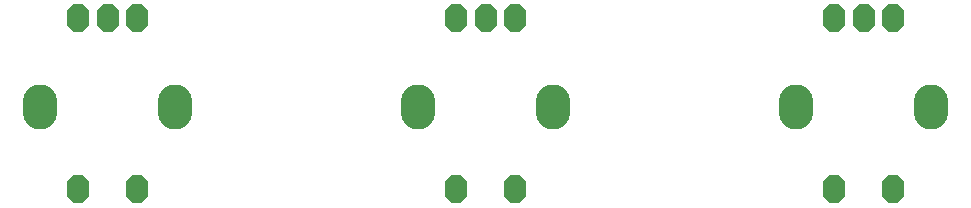
<source format=gbs>
G04*
G04 #@! TF.GenerationSoftware,Altium Limited,Altium Designer,22.1.2 (22)*
G04*
G04 Layer_Color=16711935*
%FSLAX44Y44*%
%MOMM*%
G71*
G04*
G04 #@! TF.SameCoordinates,4FF52C19-E322-4989-B108-829305E1C033*
G04*
G04*
G04 #@! TF.FilePolarity,Negative*
G04*
G01*
G75*
%ADD77O,2.9032X3.8032*%
G04:AMPARAMS|DCode=78|XSize=1.8032mm|YSize=2.3032mm|CornerRadius=0mm|HoleSize=0mm|Usage=FLASHONLY|Rotation=180.000|XOffset=0mm|YOffset=0mm|HoleType=Round|Shape=Octagon|*
%AMOCTAGOND78*
4,1,8,0.4508,-1.1516,-0.4508,-1.1516,-0.9016,-0.7008,-0.9016,0.7008,-0.4508,1.1516,0.4508,1.1516,0.9016,0.7008,0.9016,-0.7008,0.4508,-1.1516,0.0*
%
%ADD78OCTAGOND78*%

D77*
X1901860Y735660D02*
D03*
X2015860D02*
D03*
X1581860D02*
D03*
X1695860D02*
D03*
X1261860D02*
D03*
X1375860D02*
D03*
D78*
X1933860Y665660D02*
D03*
X1983860D02*
D03*
X1933860Y810660D02*
D03*
X1958860D02*
D03*
X1983860D02*
D03*
X1613860Y665660D02*
D03*
X1663860D02*
D03*
X1613860Y810660D02*
D03*
X1638860D02*
D03*
X1663860D02*
D03*
X1293860Y665660D02*
D03*
X1343860D02*
D03*
X1293860Y810660D02*
D03*
X1318860D02*
D03*
X1343860D02*
D03*
M02*

</source>
